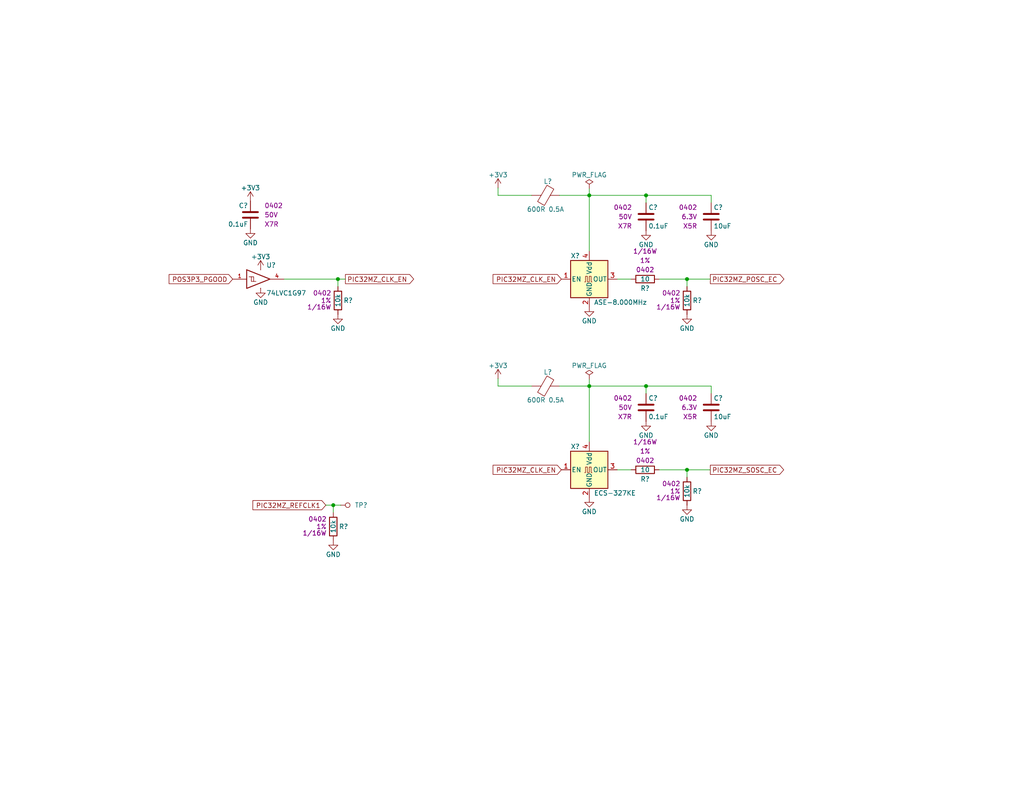
<source format=kicad_sch>
(kicad_sch (version 20211123) (generator eeschema)
  (paper "A")
  (lib_symbols
    (symbol "Custom_Library:74LVC1G97_Power_BUF" (pin_names (offset 1.016) hide)
      (property "Reference" "U" (at 1.524 3.81 0))
      (property "Value" "74LVC1G97_Power_BUF" (at 1.524 -3.81 0))
      (symbol "74LVC1G97_Power_BUF_1_1"
        (polyline (pts (xy -2.54 0.635) (xy -1.905 0.635) (xy -1.905 -0.635)))
        (polyline (pts (xy -3.81 2.54) (xy -3.81 -2.54) (xy 2.54 0) (xy -3.81 2.54)) (stroke (width 0.254)))
        (polyline (pts (xy -3.175 0.635) (xy -2.54 0.635) (xy -2.54 -0.635) (xy -1.27 -0.635)))
        (pin input line (at -7.62 0 0) (length 3.81) (name "~") (number "1"))
        (pin power_in line (at 0 -2.54 270) (length 0) (name "GND") (number "2"))
        (pin power_in line (at 0 -2.54 270) (length 0) (name "GND") (number "3"))
        (pin output line (at 6.35 0 180) (length 3.81) (name "~") (number "4"))
        (pin power_in line (at 0 2.54 90) (length 0) (name "VCC") (number "5"))
        (pin power_in line (at 0 -2.54 270) (length 0) (name "GND") (number "6"))
      )
    )
    (symbol "Custom_Library:C_Custom" (pin_numbers hide) (pin_names (offset 0.254))
      (property "Reference" "C" (at 0.635 2.54 0))
      (property "Value" "C_Custom" (at 0.635 -2.54 0))
      (property "display_footprint" "Foot" (at -3.81 2.54 0))
      (property "Voltage" "V" (at -3.81 0 0))
      (property "Dielectric" "Er" (at -3.81 -2.54 0))
      (symbol "C_Custom_0_1"
        (polyline (pts (xy -2.032 -0.762) (xy 2.032 -0.762)) (stroke (width 0.508)))
        (polyline (pts (xy -2.032 0.762) (xy 2.032 0.762)) (stroke (width 0.508)))
      )
      (symbol "C_Custom_1_1"
        (pin passive line (at 0 3.81 270) (length 2.794) (name "~") (number "1"))
        (pin passive line (at 0 -3.81 90) (length 2.794) (name "~") (number "2"))
      )
    )
    (symbol "Custom_Library:ECS-327KE" (pin_names (offset 0.254))
      (property "Reference" "X" (at -5.08 6.35 0))
      (property "Value" "ECS-327KE" (at 1.27 -6.35 0))
      (symbol "ECS-327KE_0_1"
        (rectangle (start -5.08 5.08) (end 5.08 -5.08) (stroke (width 0.254)) (fill (type background)))
        (polyline (pts (xy -1.27 -0.762) (xy -1.016 -0.762) (xy -1.016 0.762) (xy -0.508 0.762) (xy -0.508 -0.762) (xy 0 -0.762) (xy 0 0.762) (xy 0.508 0.762) (xy 0.508 -0.762) (xy 0.762 -0.762)))
      )
      (symbol "ECS-327KE_1_1"
        (pin input line (at -7.62 0 0) (length 2.54) (name "EN") (number "1"))
        (pin power_in line (at 0 -7.62 90) (length 2.54) (name "GND") (number "2"))
        (pin output line (at 7.62 0 180) (length 2.54) (name "OUT") (number "3"))
        (pin power_in line (at 0 7.62 270) (length 2.54) (name "Vdd") (number "4"))
      )
    )
    (symbol "Custom_Library:R_Custom" (pin_numbers hide) (pin_names (offset 1.016) hide)
      (property "Reference" "R" (at -2.54 0 90))
      (property "Value" "R_Custom" (at 0 0 90))
      (property "display_footprint" "Foot" (at 2.54 0 90))
      (property "Tolerance" "Tol" (at 5.08 0 90))
      (property "Wattage" "W" (at 7.62 0 90))
      (symbol "R_Custom_0_1"
        (rectangle (start 1.016 2.54) (end -1.016 -2.54) (stroke (width 0.254)))
      )
      (symbol "R_Custom_1_1"
        (pin passive line (at 0 3.81 270) (length 1.27) (name "1") (number "1"))
        (pin passive line (at 0 -3.81 90) (length 1.27) (name "2") (number "2"))
      )
    )
    (symbol "Custom_Library:TP" (pin_numbers hide) (pin_names (offset 0) hide)
      (property "Reference" "TP" (at 0 3.81 0))
      (symbol "TP_0_1"
        (polyline (pts (xy 0 0) (xy 0 1.27)))
        (circle (center 0 1.905) (radius 0.635))
      )
      (symbol "TP_1_1"
        (pin passive line (at 0 0 90) (length 0) (name "TP") (number "1"))
      )
    )
    (symbol "LED_Panel_Controller-rescue:+3.3V-power" (power) (pin_names (offset 0))
      (property "Value" "+3.3V-power" (at 0 3.556 0))
      (symbol "+3.3V-power_0_1"
        (polyline (pts (xy -0.762 1.27) (xy 0 2.54)))
        (polyline (pts (xy 0 0) (xy 0 2.54)))
        (polyline (pts (xy 0 2.54) (xy 0.762 1.27)))
      )
      (symbol "+3.3V-power_1_1"
        (pin power_in line (at 0 0 90) (length 0) hide (name "+3V3") (number "1"))
      )
    )
    (symbol "LED_Panel_Controller-rescue:Ferrite_Bead-Device" (pin_numbers hide) (pin_names (offset 0))
      (property "Reference" "FB" (at -3.81 0.635 90))
      (property "Value" "Ferrite_Bead-Device" (at 3.81 0 90))
      (symbol "Ferrite_Bead-Device_0_1"
        (polyline (pts (xy 0 -1.27) (xy 0 -1.2192)))
        (polyline (pts (xy 0 1.27) (xy 0 1.2954)))
        (polyline (pts (xy -2.7686 0.4064) (xy -1.7018 2.2606) (xy 2.7686 -0.3048) (xy 1.6764 -2.159) (xy -2.7686 0.4064)))
      )
      (symbol "Ferrite_Bead-Device_1_1"
        (pin passive line (at 0 3.81 270) (length 2.54) (name "~") (number "1"))
        (pin passive line (at 0 -3.81 90) (length 2.54) (name "~") (number "2"))
      )
    )
    (symbol "Oscillator:ASE-xxxMHz" (pin_names (offset 0.254))
      (property "Reference" "X" (at -5.08 6.35 0))
      (property "Value" "ASE-xxxMHz" (at 1.27 -6.35 0))
      (symbol "ASE-xxxMHz_0_1"
        (rectangle (start -5.08 5.08) (end 5.08 -5.08) (stroke (width 0.254)) (fill (type background)))
        (polyline (pts (xy -1.27 -0.762) (xy -1.016 -0.762) (xy -1.016 0.762) (xy -0.508 0.762) (xy -0.508 -0.762) (xy 0 -0.762) (xy 0 0.762) (xy 0.508 0.762) (xy 0.508 -0.762) (xy 0.762 -0.762)))
      )
      (symbol "ASE-xxxMHz_1_1"
        (pin input line (at -7.62 0 0) (length 2.54) (name "EN") (number "1"))
        (pin power_in line (at 0 -7.62 90) (length 2.54) (name "GND") (number "2"))
        (pin output line (at 7.62 0 180) (length 2.54) (name "OUT") (number "3"))
        (pin power_in line (at 0 7.62 270) (length 2.54) (name "Vdd") (number "4"))
      )
    )
    (symbol "power:GND" (power) (pin_names (offset 0))
      (property "Value" "GND" (at 0 -3.81 0))
      (symbol "GND_0_1"
        (polyline (pts (xy 0 0) (xy 0 -1.27) (xy 1.27 -1.27) (xy 0 -2.54) (xy -1.27 -1.27) (xy 0 -1.27)))
      )
      (symbol "GND_1_1"
        (pin power_in line (at 0 0 270) (length 0) hide (name "GND") (number "1"))
      )
    )
    (symbol "power:PWR_FLAG" (power) (pin_numbers hide) (pin_names (offset 0) hide)
      (property "Value" "PWR_FLAG" (at 0 3.81 0))
      (symbol "PWR_FLAG_0_0"
        (pin power_out line (at 0 0 90) (length 0) (name "pwr") (number "1"))
      )
      (symbol "PWR_FLAG_0_1"
        (polyline (pts (xy 0 0) (xy 0 1.27) (xy -1.016 1.905) (xy 0 2.54) (xy 1.016 1.905) (xy 0 1.27)))
      )
    )
  )
  (junction (at 187.452 76.2))
  (junction (at 90.932 137.922))
  (junction (at 187.452 128.27))
  (junction (at 92.202 76.2))
  (junction (at 176.276 105.41))
  (junction (at 160.782 105.41))
  (junction (at 160.782 53.34))
  (junction (at 176.276 53.34))
  (wire (pts (xy 176.276 53.34) (xy 194.056 53.34)))
  (wire (pts (xy 92.202 76.2) (xy 77.47 76.2)))
  (wire (pts (xy 176.276 55.372) (xy 176.276 53.34)))
  (wire (pts (xy 176.276 105.41) (xy 194.056 105.41)))
  (wire (pts (xy 193.802 76.2) (xy 187.452 76.2)))
  (wire (pts (xy 176.276 105.41) (xy 160.782 105.41)))
  (wire (pts (xy 92.202 78.232) (xy 92.202 76.2)))
  (wire (pts (xy 92.964 137.922) (xy 90.932 137.922)))
  (wire (pts (xy 160.782 53.34) (xy 160.782 68.58)))
  (wire (pts (xy 194.056 53.34) (xy 194.056 55.372)))
  (wire (pts (xy 179.832 76.2) (xy 187.452 76.2)))
  (wire (pts (xy 194.056 105.41) (xy 194.056 107.442)))
  (wire (pts (xy 135.89 105.41) (xy 145.034 105.41)))
  (wire (pts (xy 90.932 137.922) (xy 88.9 137.922)))
  (wire (pts (xy 187.452 128.27) (xy 187.452 130.302)))
  (wire (pts (xy 90.932 139.954) (xy 90.932 137.922)))
  (wire (pts (xy 152.654 53.34) (xy 160.782 53.34)))
  (wire (pts (xy 152.654 105.41) (xy 160.782 105.41)))
  (wire (pts (xy 135.89 53.34) (xy 145.034 53.34)))
  (wire (pts (xy 135.89 103.378) (xy 135.89 105.41)))
  (wire (pts (xy 160.782 105.41) (xy 160.782 120.65)))
  (wire (pts (xy 193.802 128.27) (xy 187.452 128.27)))
  (wire (pts (xy 176.276 53.34) (xy 160.782 53.34)))
  (wire (pts (xy 179.832 128.27) (xy 187.452 128.27)))
  (wire (pts (xy 172.212 76.2) (xy 168.402 76.2)))
  (wire (pts (xy 187.452 76.2) (xy 187.452 78.232)))
  (wire (pts (xy 94.234 76.2) (xy 92.202 76.2)))
  (wire (pts (xy 172.212 128.27) (xy 168.402 128.27)))
  (wire (pts (xy 160.782 51.562) (xy 160.782 53.34)))
  (wire (pts (xy 135.89 51.308) (xy 135.89 53.34)))
  (wire (pts (xy 176.276 107.442) (xy 176.276 105.41)))
  (wire (pts (xy 160.782 103.632) (xy 160.782 105.41)))
  (global_label "PIC32MZ_CLK_EN" (shape output) (at 94.234 76.2 0) (property "Intersheet References" "${INTERSHEET_REFS}" (effects hide)))
  (global_label "PIC32MZ_CLK_EN" (shape input) (at 153.162 76.2 180) (property "Intersheet References" "${INTERSHEET_REFS}" (effects hide)))
  (global_label "POS3P3_PGOOD" (shape input) (at 63.5 76.2 180) (property "Intersheet References" "${INTERSHEET_REFS}" (effects hide)))
  (global_label "PIC32MZ_REFCLK1" (shape input) (at 88.9 137.922 180) (property "Intersheet References" "${INTERSHEET_REFS}" (effects hide)))
  (global_label "PIC32MZ_POSC_EC" (shape output) (at 193.802 76.2 0) (property "Intersheet References" "${INTERSHEET_REFS}" (effects hide)))
  (global_label "PIC32MZ_SOSC_EC" (shape output) (at 193.802 128.27 0) (property "Intersheet References" "${INTERSHEET_REFS}" (effects hide)))
  (global_label "PIC32MZ_CLK_EN" (shape input) (at 153.162 128.27 180) (property "Intersheet References" "${INTERSHEET_REFS}" (effects hide)))
  (symbol (lib_id "Custom_Library:R_Custom") (at 187.452 134.112 0) (mirror y) (unit 1)
    (property "Reference" "R?" (at 188.976 134.112 0) (effects (justify right)))
    (property "Value" "10k" (at 187.452 134.112 90))
    (property "Footprint" "Resistors_SMD:R_0402" (effects hide))
    (property "display_footprint" "0402" (at 185.674 132.08 0) (effects (justify left)))
    (property "Tolerance" "1%" (at 185.674 134.112 0) (effects (justify left)))
    (property "Wattage" "1/16W" (at 185.674 135.89 0) (effects (justify left)))
    (property "Digi-Key PN" "RMCF0402FT10K0CT-ND" (effects hide))
  )
  (symbol (lib_id "Custom_Library:R_Custom") (at 176.022 128.27 90) (unit 1)
    (property "Reference" "R?" (at 176.022 130.81 90))
    (property "Value" "10" (at 176.022 128.27 90))
    (property "Footprint" "Resistors_SMD:R_0402" (effects hide))
    (property "display_footprint" "0402" (at 176.022 125.73 90))
    (property "Tolerance" "1%" (at 176.022 123.19 90))
    (property "Wattage" "1/16W" (at 176.022 120.65 90))
    (property "Digi-Key PN" "RMCF0402FT10R0CT-ND" (effects hide))
  )
  (symbol (lib_id "power:GND") (at 92.202 85.852 0) (unit 1)
    (property "Reference" "#PWR?" (effects hide))
    (property "Value" "GND" (at 92.202 89.662 0))
  )
  (symbol (lib_id "Custom_Library:C_Custom") (at 176.276 59.182 0) (unit 1)
    (property "Reference" "C?" (at 176.911 56.642 0) (effects (justify left)))
    (property "Value" "0.1uF" (at 176.911 61.722 0) (effects (justify left)))
    (property "Footprint" "Capacitors_SMD:C_0402" (effects hide))
    (property "display_footprint" "0402" (at 172.466 56.642 0) (effects (justify right)))
    (property "Voltage" "50V" (at 172.466 59.182 0) (effects (justify right)))
    (property "Dielectric" "X7R" (at 172.466 61.722 0) (effects (justify right)))
    (property "Digi-Key PN" "490-10698-1-ND" (effects hide))
  )
  (symbol (lib_id "power:GND") (at 187.452 137.922 0) (unit 1)
    (property "Reference" "#PWR?" (effects hide))
    (property "Value" "GND" (at 187.452 141.732 0))
  )
  (symbol (lib_id "Custom_Library:74LVC1G97_Power_BUF") (at 71.12 76.2 0) (unit 1)
    (property "Reference" "U?" (at 72.644 72.39 0) (effects (justify left)))
    (property "Value" "74LVC1G97" (at 72.644 80.01 0) (effects (justify left)))
    (property "Footprint" "Package_TO_SOT_SMD:SOT-363_SC-70-6" (effects hide))
    (property "Datasheet" "http://www.ti.com/lit/ds/symlink/sn74lvc1g97.pdf" (effects hide))
    (property "Digi-Key PN" "1727-1772-1-ND" (effects hide))
  )
  (symbol (lib_id "Custom_Library:R_Custom") (at 176.022 76.2 90) (unit 1)
    (property "Reference" "R?" (at 176.022 78.74 90))
    (property "Value" "10" (at 176.022 76.2 90))
    (property "Footprint" "Resistors_SMD:R_0402" (effects hide))
    (property "display_footprint" "0402" (at 176.022 73.66 90))
    (property "Tolerance" "1%" (at 176.022 71.12 90))
    (property "Wattage" "1/16W" (at 176.022 68.58 90))
    (property "Digi-Key PN" "RMCF0402FT10R0CT-ND" (effects hide))
  )
  (symbol (lib_id "Custom_Library:TP") (at 92.964 137.922 270) (unit 1)
    (property "Reference" "TP?" (at 96.774 137.922 90) (effects (justify left)))
    (property "Value" "TP" (effects hide))
    (property "Footprint" "Custom Footprints Library:Test_Point" (effects hide))
  )
  (symbol (lib_id "power:GND") (at 71.12 78.74 0) (unit 1)
    (property "Reference" "#PWR?" (effects hide))
    (property "Value" "GND" (at 71.12 82.55 0))
  )
  (symbol (lib_id "Custom_Library:R_Custom") (at 90.932 143.764 0) (mirror y) (unit 1)
    (property "Reference" "R?" (at 92.456 143.764 0) (effects (justify right)))
    (property "Value" "10k" (at 90.932 143.764 90))
    (property "Footprint" "Resistors_SMD:R_0402" (effects hide))
    (property "display_footprint" "0402" (at 89.154 141.732 0) (effects (justify left)))
    (property "Tolerance" "1%" (at 89.154 143.764 0) (effects (justify left)))
    (property "Wattage" "1/16W" (at 89.154 145.542 0) (effects (justify left)))
    (property "Digi-Key PN" "RMCF0402FT10K0CT-ND" (effects hide))
  )
  (symbol (lib_id "LED_Panel_Controller-rescue:+3.3V-power") (at 135.89 103.378 0) (unit 1)
    (property "Reference" "#PWR?" (effects hide))
    (property "Value" "+3.3V" (at 135.89 99.822 0))
  )
  (symbol (lib_id "power:GND") (at 90.932 147.574 0) (unit 1)
    (property "Reference" "#PWR?" (effects hide))
    (property "Value" "GND" (at 90.932 151.384 0))
  )
  (symbol (lib_id "Custom_Library:C_Custom") (at 176.276 111.252 0) (unit 1)
    (property "Reference" "C?" (at 176.911 108.712 0) (effects (justify left)))
    (property "Value" "0.1uF" (at 176.911 113.792 0) (effects (justify left)))
    (property "Footprint" "Capacitors_SMD:C_0402" (effects hide))
    (property "display_footprint" "0402" (at 172.466 108.712 0) (effects (justify right)))
    (property "Voltage" "50V" (at 172.466 111.252 0) (effects (justify right)))
    (property "Dielectric" "X7R" (at 172.466 113.792 0) (effects (justify right)))
    (property "Digi-Key PN" "490-10698-1-ND" (effects hide))
  )
  (symbol (lib_id "power:GND") (at 194.056 62.992 0) (unit 1)
    (property "Reference" "#PWR?" (effects hide))
    (property "Value" "GND" (at 194.056 66.802 0))
  )
  (symbol (lib_id "power:PWR_FLAG") (at 160.782 103.632 0) (unit 1)
    (property "Reference" "#FLG?" (effects hide))
    (property "Value" "PWR_FLAG" (at 160.782 99.822 0))
  )
  (symbol (lib_id "power:GND") (at 176.276 115.062 0) (unit 1)
    (property "Reference" "#PWR?" (effects hide))
    (property "Value" "GND" (at 176.276 118.872 0))
  )
  (symbol (lib_id "LED_Panel_Controller-rescue:+3.3V-power") (at 71.12 73.66 0) (unit 1)
    (property "Reference" "#PWR?" (effects hide))
    (property "Value" "+3.3V" (at 71.12 70.104 0))
  )
  (symbol (lib_id "Custom_Library:ECS-327KE") (at 160.782 128.27 0) (unit 1)
    (property "Reference" "X?" (at 155.702 121.92 0) (effects (justify left)))
    (property "Value" "ECS-327KE" (at 162.052 134.62 0) (effects (justify left)))
    (property "Footprint" "Custom Footprints Library:ECS-327KE" (effects hide))
    (property "Digi-Key PN" "XC1751CT-ND" (effects hide))
  )
  (symbol (lib_id "Custom_Library:C_Custom") (at 194.056 111.252 0) (unit 1)
    (property "Reference" "C?" (at 194.691 108.712 0) (effects (justify left)))
    (property "Value" "10uF" (at 194.691 113.792 0) (effects (justify left)))
    (property "Footprint" "Capacitors_SMD:C_0402" (effects hide))
    (property "display_footprint" "0402" (at 190.246 108.712 0) (effects (justify right)))
    (property "Voltage" "6.3V" (at 190.246 111.252 0) (effects (justify right)))
    (property "Dielectric" "X5R" (at 190.246 113.792 0) (effects (justify right)))
    (property "Digi-Key PN" "1276-1451-1-ND" (effects hide))
  )
  (symbol (lib_id "Oscillator:ASE-xxxMHz") (at 160.782 76.2 0) (unit 1)
    (property "Reference" "X?" (at 155.702 69.85 0) (effects (justify left)))
    (property "Value" "ASE-8.000MHz" (at 162.052 82.55 0) (effects (justify left)))
    (property "Footprint" "Oscillator:Oscillator_SMD_Abracon_ASE-4Pin_3.2x2.5mm" (effects hide))
    (property "Datasheet" "http://www.abracon.com/Oscillators/ASV.pdf" (effects hide))
    (property "Digi-Key PN" "	535-9558-1-ND" (effects hide))
  )
  (symbol (lib_id "power:GND") (at 68.326 62.484 0) (unit 1)
    (property "Reference" "#PWR?" (effects hide))
    (property "Value" "GND" (at 68.326 66.294 0))
  )
  (symbol (lib_id "LED_Panel_Controller-rescue:+3.3V-power") (at 68.326 54.864 0) (unit 1)
    (property "Reference" "#PWR?" (effects hide))
    (property "Value" "+3.3V" (at 68.326 51.308 0))
  )
  (symbol (lib_id "power:GND") (at 160.782 135.89 0) (unit 1)
    (property "Reference" "#PWR?" (effects hide))
    (property "Value" "GND" (at 160.782 139.7 0))
  )
  (symbol (lib_id "power:GND") (at 194.056 115.062 0) (unit 1)
    (property "Reference" "#PWR?" (effects hide))
    (property "Value" "GND" (at 194.056 118.872 0))
  )
  (symbol (lib_id "power:GND") (at 176.276 62.992 0) (unit 1)
    (property "Reference" "#PWR?" (effects hide))
    (property "Value" "GND" (at 176.276 66.802 0))
  )
  (symbol (lib_id "Custom_Library:R_Custom") (at 92.202 82.042 0) (mirror y) (unit 1)
    (property "Reference" "R?" (at 93.726 82.042 0) (effects (justify right)))
    (property "Value" "10k" (at 92.202 82.042 90))
    (property "Footprint" "Resistors_SMD:R_0402" (effects hide))
    (property "display_footprint" "0402" (at 90.424 80.01 0) (effects (justify left)))
    (property "Tolerance" "1%" (at 90.424 82.042 0) (effects (justify left)))
    (property "Wattage" "1/16W" (at 90.424 83.82 0) (effects (justify left)))
    (property "Digi-Key PN" "RMCF0402FT10K0CT-ND" (effects hide))
  )
  (symbol (lib_id "power:GND") (at 187.452 85.852 0) (unit 1)
    (property "Reference" "#PWR?" (effects hide))
    (property "Value" "GND" (at 187.452 89.662 0))
  )
  (symbol (lib_id "LED_Panel_Controller-rescue:Ferrite_Bead-Device") (at 148.844 105.41 270) (unit 1)
    (property "Reference" "L?" (at 149.479 101.6 90))
    (property "Value" "600R 0.5A" (at 148.844 109.22 90))
    (property "Footprint" "Inductors_SMD:L_0402" (effects hide))
    (property "Digi-Key PN" "490-5441-1-ND" (effects hide))
  )
  (symbol (lib_id "LED_Panel_Controller-rescue:+3.3V-power") (at 135.89 51.308 0) (unit 1)
    (property "Reference" "#PWR?" (effects hide))
    (property "Value" "+3.3V" (at 135.89 47.752 0))
  )
  (symbol (lib_id "power:PWR_FLAG") (at 160.782 51.562 0) (unit 1)
    (property "Reference" "#FLG?" (effects hide))
    (property "Value" "PWR_FLAG" (at 160.782 47.752 0))
  )
  (symbol (lib_id "power:GND") (at 160.782 83.82 0) (unit 1)
    (property "Reference" "#PWR?" (effects hide))
    (property "Value" "GND" (at 160.782 87.63 0))
  )
  (symbol (lib_id "Custom_Library:C_Custom") (at 194.056 59.182 0) (unit 1)
    (property "Reference" "C?" (at 194.691 56.642 0) (effects (justify left)))
    (property "Value" "10uF" (at 194.691 61.722 0) (effects (justify left)))
    (property "Footprint" "Capacitors_SMD:C_0402" (effects hide))
    (property "display_footprint" "0402" (at 190.246 56.642 0) (effects (justify right)))
    (property "Voltage" "6.3V" (at 190.246 59.182 0) (effects (justify right)))
    (property "Dielectric" "X5R" (at 190.246 61.722 0) (effects (justify right)))
    (property "Digi-Key PN" "1276-1451-1-ND" (effects hide))
  )
  (symbol (lib_id "LED_Panel_Controller-rescue:Ferrite_Bead-Device") (at 148.844 53.34 270) (unit 1)
    (property "Reference" "L?" (at 149.479 49.53 90))
    (property "Value" "600R 0.5A" (at 148.844 57.15 90))
    (property "Footprint" "Inductors_SMD:L_0402" (effects hide))
    (property "Digi-Key PN" "490-5441-1-ND" (effects hide))
  )
  (symbol (lib_id "Custom_Library:R_Custom") (at 187.452 82.042 0) (mirror y) (unit 1)
    (property "Reference" "R?" (at 188.976 82.042 0) (effects (justify right)))
    (property "Value" "10k" (at 187.452 82.042 90))
    (property "Footprint" "Resistors_SMD:R_0402" (effects hide))
    (property "display_footprint" "0402" (at 185.674 80.01 0) (effects (justify left)))
    (property "Tolerance" "1%" (at 185.674 82.042 0) (effects (justify left)))
    (property "Wattage" "1/16W" (at 185.674 83.82 0) (effects (justify left)))
    (property "Digi-Key PN" "RMCF0402FT10K0CT-ND" (effects hide))
  )
  (symbol (lib_id "Custom_Library:C_Custom") (at 68.326 58.674 0) (mirror y) (unit 1)
    (property "Reference" "C?" (at 67.691 56.134 0) (effects (justify left)))
    (property "Value" "0.1uF" (at 67.691 61.214 0) (effects (justify left)))
    (property "Footprint" "Capacitors_SMD:C_0402" (effects hide))
    (property "Digi-Key PN" "490-10698-1-ND" (effects hide))
    (property "display_footprint" "0402" (at 72.136 56.134 0) (effects (justify right)))
    (property "Voltage" "50V" (at 72.136 58.674 0) (effects (justify right)))
    (property "Dielectric" "X7R" (at 72.136 61.214 0) (effects (justify right)))
  )
)
</source>
